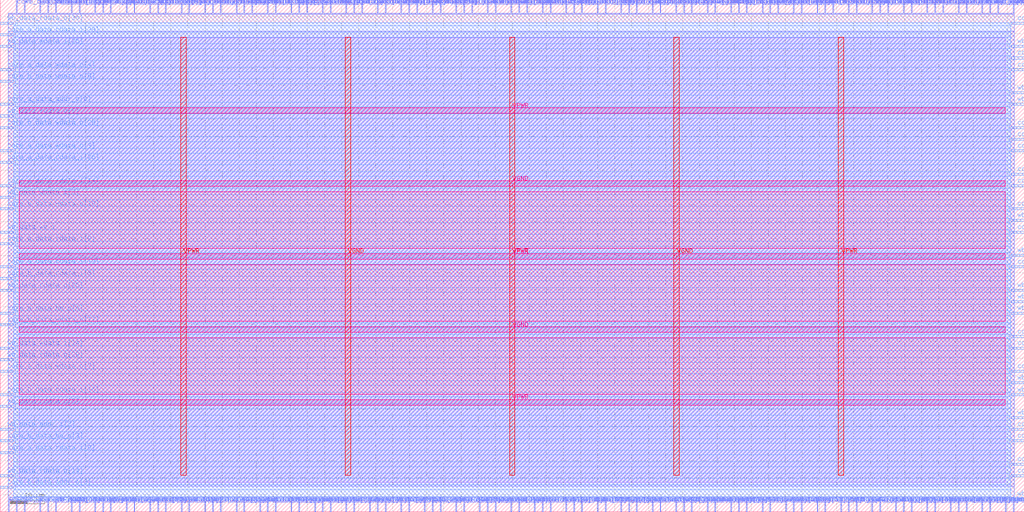
<source format=lef>
VERSION 5.7 ;
  NOWIREEXTENSIONATPIN ON ;
  DIVIDERCHAR "/" ;
  BUSBITCHARS "[]" ;
MACRO wb_mem_split
  CLASS BLOCK ;
  FOREIGN wb_mem_split ;
  ORIGIN 0.000 0.000 ;
  SIZE 300.000 BY 150.000 ;
  PIN core_a_data_addr_o[0]
    DIRECTION OUTPUT TRISTATE ;
    USE SIGNAL ;
    PORT
      LAYER met3 ;
        RECT 0.000 119.040 4.000 119.640 ;
    END
  END core_a_data_addr_o[0]
  PIN core_a_data_addr_o[1]
    DIRECTION OUTPUT TRISTATE ;
    USE SIGNAL ;
    PORT
      LAYER met2 ;
        RECT 271.490 146.000 271.770 150.000 ;
    END
  END core_a_data_addr_o[1]
  PIN core_a_data_addr_o[2]
    DIRECTION OUTPUT TRISTATE ;
    USE SIGNAL ;
    PORT
      LAYER met2 ;
        RECT 218.590 146.000 218.870 150.000 ;
    END
  END core_a_data_addr_o[2]
  PIN core_a_data_addr_o[3]
    DIRECTION OUTPUT TRISTATE ;
    USE SIGNAL ;
    PORT
      LAYER met2 ;
        RECT 69.090 0.000 69.370 4.000 ;
    END
  END core_a_data_addr_o[3]
  PIN core_a_data_addr_o[4]
    DIRECTION OUTPUT TRISTATE ;
    USE SIGNAL ;
    PORT
      LAYER met2 ;
        RECT 280.690 0.000 280.970 4.000 ;
    END
  END core_a_data_addr_o[4]
  PIN core_a_data_addr_o[5]
    DIRECTION OUTPUT TRISTATE ;
    USE SIGNAL ;
    PORT
      LAYER met2 ;
        RECT 149.590 146.000 149.870 150.000 ;
    END
  END core_a_data_addr_o[5]
  PIN core_a_data_addr_o[6]
    DIRECTION OUTPUT TRISTATE ;
    USE SIGNAL ;
    PORT
      LAYER met2 ;
        RECT 52.990 146.000 53.270 150.000 ;
    END
  END core_a_data_addr_o[6]
  PIN core_a_data_addr_o[7]
    DIRECTION OUTPUT TRISTATE ;
    USE SIGNAL ;
    PORT
      LAYER met2 ;
        RECT 29.990 0.000 30.270 4.000 ;
    END
  END core_a_data_addr_o[7]
  PIN core_a_data_addr_o[8]
    DIRECTION OUTPUT TRISTATE ;
    USE SIGNAL ;
    PORT
      LAYER met2 ;
        RECT 276.090 146.000 276.370 150.000 ;
    END
  END core_a_data_addr_o[8]
  PIN core_a_data_addr_o[9]
    DIRECTION OUTPUT TRISTATE ;
    USE SIGNAL ;
    PORT
      LAYER met3 ;
        RECT 296.000 47.640 300.000 48.240 ;
    END
  END core_a_data_addr_o[9]
  PIN core_a_data_be_o[0]
    DIRECTION OUTPUT TRISTATE ;
    USE SIGNAL ;
    PORT
      LAYER met3 ;
        RECT 0.000 57.840 4.000 58.440 ;
    END
  END core_a_data_be_o[0]
  PIN core_a_data_be_o[1]
    DIRECTION OUTPUT TRISTATE ;
    USE SIGNAL ;
    PORT
      LAYER met2 ;
        RECT 119.690 146.000 119.970 150.000 ;
    END
  END core_a_data_be_o[1]
  PIN core_a_data_be_o[2]
    DIRECTION OUTPUT TRISTATE ;
    USE SIGNAL ;
    PORT
      LAYER met2 ;
        RECT 69.090 146.000 69.370 150.000 ;
    END
  END core_a_data_be_o[2]
  PIN core_a_data_be_o[3]
    DIRECTION OUTPUT TRISTATE ;
    USE SIGNAL ;
    PORT
      LAYER met3 ;
        RECT 296.000 95.240 300.000 95.840 ;
    END
  END core_a_data_be_o[3]
  PIN core_a_data_rdata_i[0]
    DIRECTION INPUT ;
    USE SIGNAL ;
    PORT
      LAYER met3 ;
        RECT 0.000 17.040 4.000 17.640 ;
    END
  END core_a_data_rdata_i[0]
  PIN core_a_data_rdata_i[10]
    DIRECTION INPUT ;
    USE SIGNAL ;
    PORT
      LAYER met2 ;
        RECT 110.490 0.000 110.770 4.000 ;
    END
  END core_a_data_rdata_i[10]
  PIN core_a_data_rdata_i[11]
    DIRECTION INPUT ;
    USE SIGNAL ;
    PORT
      LAYER met3 ;
        RECT 296.000 112.240 300.000 112.840 ;
    END
  END core_a_data_rdata_i[11]
  PIN core_a_data_rdata_i[12]
    DIRECTION INPUT ;
    USE SIGNAL ;
    PORT
      LAYER met3 ;
        RECT 0.000 71.440 4.000 72.040 ;
    END
  END core_a_data_rdata_i[12]
  PIN core_a_data_rdata_i[13]
    DIRECTION INPUT ;
    USE SIGNAL ;
    PORT
      LAYER met2 ;
        RECT 36.890 0.000 37.170 4.000 ;
    END
  END core_a_data_rdata_i[13]
  PIN core_a_data_rdata_i[14]
    DIRECTION INPUT ;
    USE SIGNAL ;
    PORT
      LAYER met3 ;
        RECT 0.000 95.240 4.000 95.840 ;
    END
  END core_a_data_rdata_i[14]
  PIN core_a_data_rdata_i[15]
    DIRECTION INPUT ;
    USE SIGNAL ;
    PORT
      LAYER met2 ;
        RECT 259.990 146.000 260.270 150.000 ;
    END
  END core_a_data_rdata_i[15]
  PIN core_a_data_rdata_i[16]
    DIRECTION INPUT ;
    USE SIGNAL ;
    PORT
      LAYER met2 ;
        RECT 289.890 146.000 290.170 150.000 ;
    END
  END core_a_data_rdata_i[16]
  PIN core_a_data_rdata_i[17]
    DIRECTION INPUT ;
    USE SIGNAL ;
    PORT
      LAYER met3 ;
        RECT 296.000 13.640 300.000 14.240 ;
    END
  END core_a_data_rdata_i[17]
  PIN core_a_data_rdata_i[18]
    DIRECTION INPUT ;
    USE SIGNAL ;
    PORT
      LAYER met3 ;
        RECT 296.000 132.640 300.000 133.240 ;
    END
  END core_a_data_rdata_i[18]
  PIN core_a_data_rdata_i[19]
    DIRECTION INPUT ;
    USE SIGNAL ;
    PORT
      LAYER met2 ;
        RECT 92.090 0.000 92.370 4.000 ;
    END
  END core_a_data_rdata_i[19]
  PIN core_a_data_rdata_i[1]
    DIRECTION INPUT ;
    USE SIGNAL ;
    PORT
      LAYER met2 ;
        RECT 174.890 0.000 175.170 4.000 ;
    END
  END core_a_data_rdata_i[1]
  PIN core_a_data_rdata_i[20]
    DIRECTION INPUT ;
    USE SIGNAL ;
    PORT
      LAYER met2 ;
        RECT 289.890 0.000 290.170 4.000 ;
    END
  END core_a_data_rdata_i[20]
  PIN core_a_data_rdata_i[21]
    DIRECTION INPUT ;
    USE SIGNAL ;
    PORT
      LAYER met2 ;
        RECT 27.690 0.000 27.970 4.000 ;
    END
  END core_a_data_rdata_i[21]
  PIN core_a_data_rdata_i[22]
    DIRECTION INPUT ;
    USE SIGNAL ;
    PORT
      LAYER met2 ;
        RECT 149.590 0.000 149.870 4.000 ;
    END
  END core_a_data_rdata_i[22]
  PIN core_a_data_rdata_i[23]
    DIRECTION INPUT ;
    USE SIGNAL ;
    PORT
      LAYER met2 ;
        RECT 142.690 146.000 142.970 150.000 ;
    END
  END core_a_data_rdata_i[23]
  PIN core_a_data_rdata_i[24]
    DIRECTION INPUT ;
    USE SIGNAL ;
    PORT
      LAYER met2 ;
        RECT 96.690 0.000 96.970 4.000 ;
    END
  END core_a_data_rdata_i[24]
  PIN core_a_data_rdata_i[25]
    DIRECTION INPUT ;
    USE SIGNAL ;
    PORT
      LAYER met2 ;
        RECT 234.690 0.000 234.970 4.000 ;
    END
  END core_a_data_rdata_i[25]
  PIN core_a_data_rdata_i[26]
    DIRECTION INPUT ;
    USE SIGNAL ;
    PORT
      LAYER met3 ;
        RECT 0.000 102.040 4.000 102.640 ;
    END
  END core_a_data_rdata_i[26]
  PIN core_a_data_rdata_i[27]
    DIRECTION INPUT ;
    USE SIGNAL ;
    PORT
      LAYER met2 ;
        RECT 158.790 146.000 159.070 150.000 ;
    END
  END core_a_data_rdata_i[27]
  PIN core_a_data_rdata_i[28]
    DIRECTION INPUT ;
    USE SIGNAL ;
    PORT
      LAYER met3 ;
        RECT 0.000 139.440 4.000 140.040 ;
    END
  END core_a_data_rdata_i[28]
  PIN core_a_data_rdata_i[29]
    DIRECTION INPUT ;
    USE SIGNAL ;
    PORT
      LAYER met2 ;
        RECT 207.090 146.000 207.370 150.000 ;
    END
  END core_a_data_rdata_i[29]
  PIN core_a_data_rdata_i[2]
    DIRECTION INPUT ;
    USE SIGNAL ;
    PORT
      LAYER met2 ;
        RECT 59.890 146.000 60.170 150.000 ;
    END
  END core_a_data_rdata_i[2]
  PIN core_a_data_rdata_i[30]
    DIRECTION INPUT ;
    USE SIGNAL ;
    PORT
      LAYER met2 ;
        RECT 193.290 146.000 193.570 150.000 ;
    END
  END core_a_data_rdata_i[30]
  PIN core_a_data_rdata_i[31]
    DIRECTION INPUT ;
    USE SIGNAL ;
    PORT
      LAYER met2 ;
        RECT 133.490 146.000 133.770 150.000 ;
    END
  END core_a_data_rdata_i[31]
  PIN core_a_data_rdata_i[3]
    DIRECTION INPUT ;
    USE SIGNAL ;
    PORT
      LAYER met2 ;
        RECT 78.290 146.000 78.570 150.000 ;
    END
  END core_a_data_rdata_i[3]
  PIN core_a_data_rdata_i[4]
    DIRECTION INPUT ;
    USE SIGNAL ;
    PORT
      LAYER met2 ;
        RECT 218.590 0.000 218.870 4.000 ;
    END
  END core_a_data_rdata_i[4]
  PIN core_a_data_rdata_i[5]
    DIRECTION INPUT ;
    USE SIGNAL ;
    PORT
      LAYER met3 ;
        RECT 296.000 71.440 300.000 72.040 ;
    END
  END core_a_data_rdata_i[5]
  PIN core_a_data_rdata_i[6]
    DIRECTION INPUT ;
    USE SIGNAL ;
    PORT
      LAYER met2 ;
        RECT 167.990 0.000 168.270 4.000 ;
    END
  END core_a_data_rdata_i[6]
  PIN core_a_data_rdata_i[7]
    DIRECTION INPUT ;
    USE SIGNAL ;
    PORT
      LAYER met2 ;
        RECT 75.990 0.000 76.270 4.000 ;
    END
  END core_a_data_rdata_i[7]
  PIN core_a_data_rdata_i[8]
    DIRECTION INPUT ;
    USE SIGNAL ;
    PORT
      LAYER met2 ;
        RECT 225.490 146.000 225.770 150.000 ;
    END
  END core_a_data_rdata_i[8]
  PIN core_a_data_rdata_i[9]
    DIRECTION INPUT ;
    USE SIGNAL ;
    PORT
      LAYER met3 ;
        RECT 0.000 78.240 4.000 78.840 ;
    END
  END core_a_data_rdata_i[9]
  PIN core_a_data_req_o
    DIRECTION OUTPUT TRISTATE ;
    USE SIGNAL ;
    PORT
      LAYER met2 ;
        RECT 121.990 146.000 122.270 150.000 ;
    END
  END core_a_data_req_o
  PIN core_a_data_rvalid_i
    DIRECTION INPUT ;
    USE SIGNAL ;
    PORT
      LAYER met2 ;
        RECT 59.890 0.000 60.170 4.000 ;
    END
  END core_a_data_rvalid_i
  PIN core_a_data_wdata_o[0]
    DIRECTION OUTPUT TRISTATE ;
    USE SIGNAL ;
    PORT
      LAYER met2 ;
        RECT 165.690 0.000 165.970 4.000 ;
    END
  END core_a_data_wdata_o[0]
  PIN core_a_data_wdata_o[10]
    DIRECTION OUTPUT TRISTATE ;
    USE SIGNAL ;
    PORT
      LAYER met2 ;
        RECT 13.890 0.000 14.170 4.000 ;
    END
  END core_a_data_wdata_o[10]
  PIN core_a_data_wdata_o[11]
    DIRECTION OUTPUT TRISTATE ;
    USE SIGNAL ;
    PORT
      LAYER met2 ;
        RECT 271.490 0.000 271.770 4.000 ;
    END
  END core_a_data_wdata_o[11]
  PIN core_a_data_wdata_o[12]
    DIRECTION OUTPUT TRISTATE ;
    USE SIGNAL ;
    PORT
      LAYER met2 ;
        RECT 177.190 146.000 177.470 150.000 ;
    END
  END core_a_data_wdata_o[12]
  PIN core_a_data_wdata_o[13]
    DIRECTION OUTPUT TRISTATE ;
    USE SIGNAL ;
    PORT
      LAYER met2 ;
        RECT 48.390 146.000 48.670 150.000 ;
    END
  END core_a_data_wdata_o[13]
  PIN core_a_data_wdata_o[14]
    DIRECTION OUTPUT TRISTATE ;
    USE SIGNAL ;
    PORT
      LAYER met2 ;
        RECT 62.190 146.000 62.470 150.000 ;
    END
  END core_a_data_wdata_o[14]
  PIN core_a_data_wdata_o[15]
    DIRECTION OUTPUT TRISTATE ;
    USE SIGNAL ;
    PORT
      LAYER met2 ;
        RECT 216.290 146.000 216.570 150.000 ;
    END
  END core_a_data_wdata_o[15]
  PIN core_a_data_wdata_o[16]
    DIRECTION OUTPUT TRISTATE ;
    USE SIGNAL ;
    PORT
      LAYER met2 ;
        RECT 232.390 146.000 232.670 150.000 ;
    END
  END core_a_data_wdata_o[16]
  PIN core_a_data_wdata_o[17]
    DIRECTION OUTPUT TRISTATE ;
    USE SIGNAL ;
    PORT
      LAYER met3 ;
        RECT 296.000 81.640 300.000 82.240 ;
    END
  END core_a_data_wdata_o[17]
  PIN core_a_data_wdata_o[18]
    DIRECTION OUTPUT TRISTATE ;
    USE SIGNAL ;
    PORT
      LAYER met2 ;
        RECT 96.690 146.000 96.970 150.000 ;
    END
  END core_a_data_wdata_o[18]
  PIN core_a_data_wdata_o[19]
    DIRECTION OUTPUT TRISTATE ;
    USE SIGNAL ;
    PORT
      LAYER met2 ;
        RECT 156.490 0.000 156.770 4.000 ;
    END
  END core_a_data_wdata_o[19]
  PIN core_a_data_wdata_o[1]
    DIRECTION OUTPUT TRISTATE ;
    USE SIGNAL ;
    PORT
      LAYER met2 ;
        RECT 273.790 146.000 274.070 150.000 ;
    END
  END core_a_data_wdata_o[1]
  PIN core_a_data_wdata_o[20]
    DIRECTION OUTPUT TRISTATE ;
    USE SIGNAL ;
    PORT
      LAYER met2 ;
        RECT 186.390 0.000 186.670 4.000 ;
    END
  END core_a_data_wdata_o[20]
  PIN core_a_data_wdata_o[21]
    DIRECTION OUTPUT TRISTATE ;
    USE SIGNAL ;
    PORT
      LAYER met2 ;
        RECT 287.590 146.000 287.870 150.000 ;
    END
  END core_a_data_wdata_o[21]
  PIN core_a_data_wdata_o[22]
    DIRECTION OUTPUT TRISTATE ;
    USE SIGNAL ;
    PORT
      LAYER met2 ;
        RECT 16.190 146.000 16.470 150.000 ;
    END
  END core_a_data_wdata_o[22]
  PIN core_a_data_wdata_o[23]
    DIRECTION OUTPUT TRISTATE ;
    USE SIGNAL ;
    PORT
      LAYER met2 ;
        RECT 119.690 0.000 119.970 4.000 ;
    END
  END core_a_data_wdata_o[23]
  PIN core_a_data_wdata_o[24]
    DIRECTION OUTPUT TRISTATE ;
    USE SIGNAL ;
    PORT
      LAYER met3 ;
        RECT 296.000 51.040 300.000 51.640 ;
    END
  END core_a_data_wdata_o[24]
  PIN core_a_data_wdata_o[25]
    DIRECTION OUTPUT TRISTATE ;
    USE SIGNAL ;
    PORT
      LAYER met2 ;
        RECT 108.190 0.000 108.470 4.000 ;
    END
  END core_a_data_wdata_o[25]
  PIN core_a_data_wdata_o[26]
    DIRECTION OUTPUT TRISTATE ;
    USE SIGNAL ;
    PORT
      LAYER met2 ;
        RECT 117.390 0.000 117.670 4.000 ;
    END
  END core_a_data_wdata_o[26]
  PIN core_a_data_wdata_o[27]
    DIRECTION OUTPUT TRISTATE ;
    USE SIGNAL ;
    PORT
      LAYER met3 ;
        RECT 296.000 98.640 300.000 99.240 ;
    END
  END core_a_data_wdata_o[27]
  PIN core_a_data_wdata_o[28]
    DIRECTION OUTPUT TRISTATE ;
    USE SIGNAL ;
    PORT
      LAYER met2 ;
        RECT 128.890 146.000 129.170 150.000 ;
    END
  END core_a_data_wdata_o[28]
  PIN core_a_data_wdata_o[29]
    DIRECTION OUTPUT TRISTATE ;
    USE SIGNAL ;
    PORT
      LAYER met2 ;
        RECT 186.390 146.000 186.670 150.000 ;
    END
  END core_a_data_wdata_o[29]
  PIN core_a_data_wdata_o[2]
    DIRECTION OUTPUT TRISTATE ;
    USE SIGNAL ;
    PORT
      LAYER met2 ;
        RECT 20.790 0.000 21.070 4.000 ;
    END
  END core_a_data_wdata_o[2]
  PIN core_a_data_wdata_o[30]
    DIRECTION OUTPUT TRISTATE ;
    USE SIGNAL ;
    PORT
      LAYER met2 ;
        RECT 177.190 0.000 177.470 4.000 ;
    END
  END core_a_data_wdata_o[30]
  PIN core_a_data_wdata_o[31]
    DIRECTION OUTPUT TRISTATE ;
    USE SIGNAL ;
    PORT
      LAYER met2 ;
        RECT 227.790 146.000 228.070 150.000 ;
    END
  END core_a_data_wdata_o[31]
  PIN core_a_data_wdata_o[3]
    DIRECTION OUTPUT TRISTATE ;
    USE SIGNAL ;
    PORT
      LAYER met3 ;
        RECT 0.000 105.440 4.000 106.040 ;
    END
  END core_a_data_wdata_o[3]
  PIN core_a_data_wdata_o[4]
    DIRECTION OUTPUT TRISTATE ;
    USE SIGNAL ;
    PORT
      LAYER met3 ;
        RECT 0.000 129.240 4.000 129.840 ;
    END
  END core_a_data_wdata_o[4]
  PIN core_a_data_wdata_o[5]
    DIRECTION OUTPUT TRISTATE ;
    USE SIGNAL ;
    PORT
      LAYER met2 ;
        RECT 128.890 0.000 129.170 4.000 ;
    END
  END core_a_data_wdata_o[5]
  PIN core_a_data_wdata_o[6]
    DIRECTION OUTPUT TRISTATE ;
    USE SIGNAL ;
    PORT
      LAYER met2 ;
        RECT 101.290 0.000 101.570 4.000 ;
    END
  END core_a_data_wdata_o[6]
  PIN core_a_data_wdata_o[7]
    DIRECTION OUTPUT TRISTATE ;
    USE SIGNAL ;
    PORT
      LAYER met3 ;
        RECT 0.000 40.840 4.000 41.440 ;
    END
  END core_a_data_wdata_o[7]
  PIN core_a_data_wdata_o[8]
    DIRECTION OUTPUT TRISTATE ;
    USE SIGNAL ;
    PORT
      LAYER met2 ;
        RECT 243.890 146.000 244.170 150.000 ;
    END
  END core_a_data_wdata_o[8]
  PIN core_a_data_wdata_o[9]
    DIRECTION OUTPUT TRISTATE ;
    USE SIGNAL ;
    PORT
      LAYER met2 ;
        RECT 89.790 146.000 90.070 150.000 ;
    END
  END core_a_data_wdata_o[9]
  PIN core_a_data_we_o
    DIRECTION OUTPUT TRISTATE ;
    USE SIGNAL ;
    PORT
      LAYER met3 ;
        RECT 296.000 40.840 300.000 41.440 ;
    END
  END core_a_data_we_o
  PIN core_b_data_addr_o[0]
    DIRECTION OUTPUT TRISTATE ;
    USE SIGNAL ;
    PORT
      LAYER met2 ;
        RECT 11.590 0.000 11.870 4.000 ;
    END
  END core_b_data_addr_o[0]
  PIN core_b_data_addr_o[1]
    DIRECTION OUTPUT TRISTATE ;
    USE SIGNAL ;
    PORT
      LAYER met2 ;
        RECT 161.090 146.000 161.370 150.000 ;
    END
  END core_b_data_addr_o[1]
  PIN core_b_data_addr_o[2]
    DIRECTION OUTPUT TRISTATE ;
    USE SIGNAL ;
    PORT
      LAYER met2 ;
        RECT 13.890 146.000 14.170 150.000 ;
    END
  END core_b_data_addr_o[2]
  PIN core_b_data_addr_o[3]
    DIRECTION OUTPUT TRISTATE ;
    USE SIGNAL ;
    PORT
      LAYER met3 ;
        RECT 0.000 6.840 4.000 7.440 ;
    END
  END core_b_data_addr_o[3]
  PIN core_b_data_addr_o[4]
    DIRECTION OUTPUT TRISTATE ;
    USE SIGNAL ;
    PORT
      LAYER met2 ;
        RECT 280.690 146.000 280.970 150.000 ;
    END
  END core_b_data_addr_o[4]
  PIN core_b_data_addr_o[5]
    DIRECTION OUTPUT TRISTATE ;
    USE SIGNAL ;
    PORT
      LAYER met2 ;
        RECT 184.090 146.000 184.370 150.000 ;
    END
  END core_b_data_addr_o[5]
  PIN core_b_data_addr_o[6]
    DIRECTION OUTPUT TRISTATE ;
    USE SIGNAL ;
    PORT
      LAYER met2 ;
        RECT 39.190 0.000 39.470 4.000 ;
    END
  END core_b_data_addr_o[6]
  PIN core_b_data_addr_o[7]
    DIRECTION OUTPUT TRISTATE ;
    USE SIGNAL ;
    PORT
      LAYER met2 ;
        RECT 78.290 0.000 78.570 4.000 ;
    END
  END core_b_data_addr_o[7]
  PIN core_b_data_addr_o[8]
    DIRECTION OUTPUT TRISTATE ;
    USE SIGNAL ;
    PORT
      LAYER met2 ;
        RECT 294.490 0.000 294.770 4.000 ;
    END
  END core_b_data_addr_o[8]
  PIN core_b_data_addr_o[9]
    DIRECTION OUTPUT TRISTATE ;
    USE SIGNAL ;
    PORT
      LAYER met2 ;
        RECT 287.590 0.000 287.870 4.000 ;
    END
  END core_b_data_addr_o[9]
  PIN core_b_data_be_o[0]
    DIRECTION OUTPUT TRISTATE ;
    USE SIGNAL ;
    PORT
      LAYER met2 ;
        RECT 126.590 0.000 126.870 4.000 ;
    END
  END core_b_data_be_o[0]
  PIN core_b_data_be_o[1]
    DIRECTION OUTPUT TRISTATE ;
    USE SIGNAL ;
    PORT
      LAYER met2 ;
        RECT 94.390 0.000 94.670 4.000 ;
    END
  END core_b_data_be_o[1]
  PIN core_b_data_be_o[2]
    DIRECTION OUTPUT TRISTATE ;
    USE SIGNAL ;
    PORT
      LAYER met2 ;
        RECT 27.690 146.000 27.970 150.000 ;
    END
  END core_b_data_be_o[2]
  PIN core_b_data_be_o[3]
    DIRECTION OUTPUT TRISTATE ;
    USE SIGNAL ;
    PORT
      LAYER met3 ;
        RECT 0.000 20.440 4.000 21.040 ;
    END
  END core_b_data_be_o[3]
  PIN core_b_data_rdata_i[0]
    DIRECTION INPUT ;
    USE SIGNAL ;
    PORT
      LAYER met2 ;
        RECT 248.490 0.000 248.770 4.000 ;
    END
  END core_b_data_rdata_i[0]
  PIN core_b_data_rdata_i[10]
    DIRECTION INPUT ;
    USE SIGNAL ;
    PORT
      LAYER met2 ;
        RECT 266.890 0.000 267.170 4.000 ;
    END
  END core_b_data_rdata_i[10]
  PIN core_b_data_rdata_i[11]
    DIRECTION INPUT ;
    USE SIGNAL ;
    PORT
      LAYER met2 ;
        RECT 144.990 0.000 145.270 4.000 ;
    END
  END core_b_data_rdata_i[11]
  PIN core_b_data_rdata_i[12]
    DIRECTION INPUT ;
    USE SIGNAL ;
    PORT
      LAYER met2 ;
        RECT 85.190 146.000 85.470 150.000 ;
    END
  END core_b_data_rdata_i[12]
  PIN core_b_data_rdata_i[13]
    DIRECTION INPUT ;
    USE SIGNAL ;
    PORT
      LAYER met2 ;
        RECT 266.890 146.000 267.170 150.000 ;
    END
  END core_b_data_rdata_i[13]
  PIN core_b_data_rdata_i[14]
    DIRECTION INPUT ;
    USE SIGNAL ;
    PORT
      LAYER met2 ;
        RECT 167.990 146.000 168.270 150.000 ;
    END
  END core_b_data_rdata_i[14]
  PIN core_b_data_rdata_i[15]
    DIRECTION INPUT ;
    USE SIGNAL ;
    PORT
      LAYER met2 ;
        RECT 216.290 0.000 216.570 4.000 ;
    END
  END core_b_data_rdata_i[15]
  PIN core_b_data_rdata_i[16]
    DIRECTION INPUT ;
    USE SIGNAL ;
    PORT
      LAYER met3 ;
        RECT 0.000 34.040 4.000 34.640 ;
    END
  END core_b_data_rdata_i[16]
  PIN core_b_data_rdata_i[17]
    DIRECTION INPUT ;
    USE SIGNAL ;
    PORT
      LAYER met3 ;
        RECT 296.000 129.240 300.000 129.840 ;
    END
  END core_b_data_rdata_i[17]
  PIN core_b_data_rdata_i[18]
    DIRECTION INPUT ;
    USE SIGNAL ;
    PORT
      LAYER met2 ;
        RECT 193.290 0.000 193.570 4.000 ;
    END
  END core_b_data_rdata_i[18]
  PIN core_b_data_rdata_i[19]
    DIRECTION INPUT ;
    USE SIGNAL ;
    PORT
      LAYER met2 ;
        RECT 200.190 146.000 200.470 150.000 ;
    END
  END core_b_data_rdata_i[19]
  PIN core_b_data_rdata_i[1]
    DIRECTION INPUT ;
    USE SIGNAL ;
    PORT
      LAYER met2 ;
        RECT 4.690 146.000 4.970 150.000 ;
    END
  END core_b_data_rdata_i[1]
  PIN core_b_data_rdata_i[20]
    DIRECTION INPUT ;
    USE SIGNAL ;
    PORT
      LAYER met3 ;
        RECT 296.000 10.240 300.000 10.840 ;
    END
  END core_b_data_rdata_i[20]
  PIN core_b_data_rdata_i[21]
    DIRECTION INPUT ;
    USE SIGNAL ;
    PORT
      LAYER met3 ;
        RECT 296.000 20.440 300.000 21.040 ;
    END
  END core_b_data_rdata_i[21]
  PIN core_b_data_rdata_i[22]
    DIRECTION INPUT ;
    USE SIGNAL ;
    PORT
      LAYER met2 ;
        RECT 181.790 146.000 182.070 150.000 ;
    END
  END core_b_data_rdata_i[22]
  PIN core_b_data_rdata_i[23]
    DIRECTION INPUT ;
    USE SIGNAL ;
    PORT
      LAYER met3 ;
        RECT 296.000 88.440 300.000 89.040 ;
    END
  END core_b_data_rdata_i[23]
  PIN core_b_data_rdata_i[24]
    DIRECTION INPUT ;
    USE SIGNAL ;
    PORT
      LAYER met2 ;
        RECT 64.490 146.000 64.770 150.000 ;
    END
  END core_b_data_rdata_i[24]
  PIN core_b_data_rdata_i[25]
    DIRECTION INPUT ;
    USE SIGNAL ;
    PORT
      LAYER met2 ;
        RECT 85.190 0.000 85.470 4.000 ;
    END
  END core_b_data_rdata_i[25]
  PIN core_b_data_rdata_i[26]
    DIRECTION INPUT ;
    USE SIGNAL ;
    PORT
      LAYER met2 ;
        RECT 234.690 146.000 234.970 150.000 ;
    END
  END core_b_data_rdata_i[26]
  PIN core_b_data_rdata_i[27]
    DIRECTION INPUT ;
    USE SIGNAL ;
    PORT
      LAYER met2 ;
        RECT 23.090 146.000 23.370 150.000 ;
    END
  END core_b_data_rdata_i[27]
  PIN core_b_data_rdata_i[28]
    DIRECTION INPUT ;
    USE SIGNAL ;
    PORT
      LAYER met2 ;
        RECT 296.790 0.000 297.070 4.000 ;
    END
  END core_b_data_rdata_i[28]
  PIN core_b_data_rdata_i[29]
    DIRECTION INPUT ;
    USE SIGNAL ;
    PORT
      LAYER met2 ;
        RECT 48.390 0.000 48.670 4.000 ;
    END
  END core_b_data_rdata_i[29]
  PIN core_b_data_rdata_i[2]
    DIRECTION INPUT ;
    USE SIGNAL ;
    PORT
      LAYER met2 ;
        RECT 213.990 0.000 214.270 4.000 ;
    END
  END core_b_data_rdata_i[2]
  PIN core_b_data_rdata_i[30]
    DIRECTION INPUT ;
    USE SIGNAL ;
    PORT
      LAYER met2 ;
        RECT 246.190 0.000 246.470 4.000 ;
    END
  END core_b_data_rdata_i[30]
  PIN core_b_data_rdata_i[31]
    DIRECTION INPUT ;
    USE SIGNAL ;
    PORT
      LAYER met2 ;
        RECT 55.290 146.000 55.570 150.000 ;
    END
  END core_b_data_rdata_i[31]
  PIN core_b_data_rdata_i[3]
    DIRECTION INPUT ;
    USE SIGNAL ;
    PORT
      LAYER met3 ;
        RECT 0.000 68.040 4.000 68.640 ;
    END
  END core_b_data_rdata_i[3]
  PIN core_b_data_rdata_i[4]
    DIRECTION INPUT ;
    USE SIGNAL ;
    PORT
      LAYER met2 ;
        RECT 241.590 146.000 241.870 150.000 ;
    END
  END core_b_data_rdata_i[4]
  PIN core_b_data_rdata_i[5]
    DIRECTION INPUT ;
    USE SIGNAL ;
    PORT
      LAYER met2 ;
        RECT 264.590 0.000 264.870 4.000 ;
    END
  END core_b_data_rdata_i[5]
  PIN core_b_data_rdata_i[6]
    DIRECTION INPUT ;
    USE SIGNAL ;
    PORT
      LAYER met2 ;
        RECT 262.290 0.000 262.570 4.000 ;
    END
  END core_b_data_rdata_i[6]
  PIN core_b_data_rdata_i[7]
    DIRECTION INPUT ;
    USE SIGNAL ;
    PORT
      LAYER met3 ;
        RECT 296.000 23.840 300.000 24.440 ;
    END
  END core_b_data_rdata_i[7]
  PIN core_b_data_rdata_i[8]
    DIRECTION INPUT ;
    USE SIGNAL ;
    PORT
      LAYER met2 ;
        RECT 170.290 146.000 170.570 150.000 ;
    END
  END core_b_data_rdata_i[8]
  PIN core_b_data_rdata_i[9]
    DIRECTION INPUT ;
    USE SIGNAL ;
    PORT
      LAYER met3 ;
        RECT 296.000 105.440 300.000 106.040 ;
    END
  END core_b_data_rdata_i[9]
  PIN core_b_data_req_o
    DIRECTION OUTPUT TRISTATE ;
    USE SIGNAL ;
    PORT
      LAYER met2 ;
        RECT 264.590 146.000 264.870 150.000 ;
    END
  END core_b_data_req_o
  PIN core_b_data_rvalid_i
    DIRECTION INPUT ;
    USE SIGNAL ;
    PORT
      LAYER met2 ;
        RECT 257.690 146.000 257.970 150.000 ;
    END
  END core_b_data_rvalid_i
  PIN core_b_data_wdata_o[0]
    DIRECTION OUTPUT TRISTATE ;
    USE SIGNAL ;
    PORT
      LAYER met2 ;
        RECT 62.190 0.000 62.470 4.000 ;
    END
  END core_b_data_wdata_o[0]
  PIN core_b_data_wdata_o[10]
    DIRECTION OUTPUT TRISTATE ;
    USE SIGNAL ;
    PORT
      LAYER met3 ;
        RECT 0.000 88.440 4.000 89.040 ;
    END
  END core_b_data_wdata_o[10]
  PIN core_b_data_wdata_o[11]
    DIRECTION OUTPUT TRISTATE ;
    USE SIGNAL ;
    PORT
      LAYER met2 ;
        RECT 241.590 0.000 241.870 4.000 ;
    END
  END core_b_data_wdata_o[11]
  PIN core_b_data_wdata_o[12]
    DIRECTION OUTPUT TRISTATE ;
    USE SIGNAL ;
    PORT
      LAYER met2 ;
        RECT 282.990 0.000 283.270 4.000 ;
    END
  END core_b_data_wdata_o[12]
  PIN core_b_data_wdata_o[13]
    DIRECTION OUTPUT TRISTATE ;
    USE SIGNAL ;
    PORT
      LAYER met2 ;
        RECT 250.790 146.000 251.070 150.000 ;
    END
  END core_b_data_wdata_o[13]
  PIN core_b_data_wdata_o[14]
    DIRECTION OUTPUT TRISTATE ;
    USE SIGNAL ;
    PORT
      LAYER met2 ;
        RECT 209.390 0.000 209.670 4.000 ;
    END
  END core_b_data_wdata_o[14]
  PIN core_b_data_wdata_o[15]
    DIRECTION OUTPUT TRISTATE ;
    USE SIGNAL ;
    PORT
      LAYER met2 ;
        RECT 197.890 0.000 198.170 4.000 ;
    END
  END core_b_data_wdata_o[15]
  PIN core_b_data_wdata_o[16]
    DIRECTION OUTPUT TRISTATE ;
    USE SIGNAL ;
    PORT
      LAYER met2 ;
        RECT 64.490 0.000 64.770 4.000 ;
    END
  END core_b_data_wdata_o[16]
  PIN core_b_data_wdata_o[17]
    DIRECTION OUTPUT TRISTATE ;
    USE SIGNAL ;
    PORT
      LAYER met3 ;
        RECT 0.000 54.440 4.000 55.040 ;
    END
  END core_b_data_wdata_o[17]
  PIN core_b_data_wdata_o[18]
    DIRECTION OUTPUT TRISTATE ;
    USE SIGNAL ;
    PORT
      LAYER met2 ;
        RECT 103.590 146.000 103.870 150.000 ;
    END
  END core_b_data_wdata_o[18]
  PIN core_b_data_wdata_o[19]
    DIRECTION OUTPUT TRISTATE ;
    USE SIGNAL ;
    PORT
      LAYER met2 ;
        RECT 154.190 146.000 154.470 150.000 ;
    END
  END core_b_data_wdata_o[19]
  PIN core_b_data_wdata_o[1]
    DIRECTION OUTPUT TRISTATE ;
    USE SIGNAL ;
    PORT
      LAYER met2 ;
        RECT 29.990 146.000 30.270 150.000 ;
    END
  END core_b_data_wdata_o[1]
  PIN core_b_data_wdata_o[20]
    DIRECTION OUTPUT TRISTATE ;
    USE SIGNAL ;
    PORT
      LAYER met2 ;
        RECT 138.090 146.000 138.370 150.000 ;
    END
  END core_b_data_wdata_o[20]
  PIN core_b_data_wdata_o[21]
    DIRECTION OUTPUT TRISTATE ;
    USE SIGNAL ;
    PORT
      LAYER met2 ;
        RECT 158.790 0.000 159.070 4.000 ;
    END
  END core_b_data_wdata_o[21]
  PIN core_b_data_wdata_o[22]
    DIRECTION OUTPUT TRISTATE ;
    USE SIGNAL ;
    PORT
      LAYER met2 ;
        RECT 133.490 0.000 133.770 4.000 ;
    END
  END core_b_data_wdata_o[22]
  PIN core_b_data_wdata_o[23]
    DIRECTION OUTPUT TRISTATE ;
    USE SIGNAL ;
    PORT
      LAYER met2 ;
        RECT 144.990 146.000 145.270 150.000 ;
    END
  END core_b_data_wdata_o[23]
  PIN core_b_data_wdata_o[24]
    DIRECTION OUTPUT TRISTATE ;
    USE SIGNAL ;
    PORT
      LAYER met2 ;
        RECT 112.790 146.000 113.070 150.000 ;
    END
  END core_b_data_wdata_o[24]
  PIN core_b_data_wdata_o[25]
    DIRECTION OUTPUT TRISTATE ;
    USE SIGNAL ;
    PORT
      LAYER met3 ;
        RECT 0.000 112.240 4.000 112.840 ;
    END
  END core_b_data_wdata_o[25]
  PIN core_b_data_wdata_o[26]
    DIRECTION OUTPUT TRISTATE ;
    USE SIGNAL ;
    PORT
      LAYER met2 ;
        RECT 181.790 0.000 182.070 4.000 ;
    END
  END core_b_data_wdata_o[26]
  PIN core_b_data_wdata_o[27]
    DIRECTION OUTPUT TRISTATE ;
    USE SIGNAL ;
    PORT
      LAYER met3 ;
        RECT 296.000 108.840 300.000 109.440 ;
    END
  END core_b_data_wdata_o[27]
  PIN core_b_data_wdata_o[28]
    DIRECTION OUTPUT TRISTATE ;
    USE SIGNAL ;
    PORT
      LAYER met3 ;
        RECT 296.000 142.840 300.000 143.440 ;
    END
  END core_b_data_wdata_o[28]
  PIN core_b_data_wdata_o[29]
    DIRECTION OUTPUT TRISTATE ;
    USE SIGNAL ;
    PORT
      LAYER met2 ;
        RECT 80.590 0.000 80.870 4.000 ;
    END
  END core_b_data_wdata_o[29]
  PIN core_b_data_wdata_o[2]
    DIRECTION OUTPUT TRISTATE ;
    USE SIGNAL ;
    PORT
      LAYER met2 ;
        RECT 248.490 146.000 248.770 150.000 ;
    END
  END core_b_data_wdata_o[2]
  PIN core_b_data_wdata_o[30]
    DIRECTION OUTPUT TRISTATE ;
    USE SIGNAL ;
    PORT
      LAYER met2 ;
        RECT 213.990 146.000 214.270 150.000 ;
    END
  END core_b_data_wdata_o[30]
  PIN core_b_data_wdata_o[31]
    DIRECTION OUTPUT TRISTATE ;
    USE SIGNAL ;
    PORT
      LAYER met2 ;
        RECT 142.690 0.000 142.970 4.000 ;
    END
  END core_b_data_wdata_o[31]
  PIN core_b_data_wdata_o[3]
    DIRECTION OUTPUT TRISTATE ;
    USE SIGNAL ;
    PORT
      LAYER met2 ;
        RECT 282.990 146.000 283.270 150.000 ;
    END
  END core_b_data_wdata_o[3]
  PIN core_b_data_wdata_o[4]
    DIRECTION OUTPUT TRISTATE ;
    USE SIGNAL ;
    PORT
      LAYER met2 ;
        RECT 80.590 146.000 80.870 150.000 ;
    END
  END core_b_data_wdata_o[4]
  PIN core_b_data_wdata_o[5]
    DIRECTION OUTPUT TRISTATE ;
    USE SIGNAL ;
    PORT
      LAYER met2 ;
        RECT 255.390 0.000 255.670 4.000 ;
    END
  END core_b_data_wdata_o[5]
  PIN core_b_data_wdata_o[6]
    DIRECTION OUTPUT TRISTATE ;
    USE SIGNAL ;
    PORT
      LAYER met2 ;
        RECT 223.190 146.000 223.470 150.000 ;
    END
  END core_b_data_wdata_o[6]
  PIN core_b_data_wdata_o[7]
    DIRECTION OUTPUT TRISTATE ;
    USE SIGNAL ;
    PORT
      LAYER met2 ;
        RECT 135.790 146.000 136.070 150.000 ;
    END
  END core_b_data_wdata_o[7]
  PIN core_b_data_wdata_o[8]
    DIRECTION OUTPUT TRISTATE ;
    USE SIGNAL ;
    PORT
      LAYER met2 ;
        RECT 32.290 146.000 32.570 150.000 ;
    END
  END core_b_data_wdata_o[8]
  PIN core_b_data_wdata_o[9]
    DIRECTION OUTPUT TRISTATE ;
    USE SIGNAL ;
    PORT
      LAYER met3 ;
        RECT 0.000 125.840 4.000 126.440 ;
    END
  END core_b_data_wdata_o[9]
  PIN core_b_data_we_o
    DIRECTION OUTPUT TRISTATE ;
    USE SIGNAL ;
    PORT
      LAYER met2 ;
        RECT 255.390 146.000 255.670 150.000 ;
    END
  END core_b_data_we_o
  PIN wb_data_addr_i[0]
    DIRECTION INPUT ;
    USE SIGNAL ;
    PORT
      LAYER met3 ;
        RECT 296.000 61.240 300.000 61.840 ;
    END
  END wb_data_addr_i[0]
  PIN wb_data_addr_i[10]
    DIRECTION INPUT ;
    USE SIGNAL ;
    PORT
      LAYER met2 ;
        RECT 4.690 0.000 4.970 4.000 ;
    END
  END wb_data_addr_i[10]
  PIN wb_data_addr_i[1]
    DIRECTION INPUT ;
    USE SIGNAL ;
    PORT
      LAYER met2 ;
        RECT 11.590 146.000 11.870 150.000 ;
    END
  END wb_data_addr_i[1]
  PIN wb_data_addr_i[2]
    DIRECTION INPUT ;
    USE SIGNAL ;
    PORT
      LAYER met3 ;
        RECT 0.000 23.840 4.000 24.440 ;
    END
  END wb_data_addr_i[2]
  PIN wb_data_addr_i[3]
    DIRECTION INPUT ;
    USE SIGNAL ;
    PORT
      LAYER met3 ;
        RECT 296.000 74.840 300.000 75.440 ;
    END
  END wb_data_addr_i[3]
  PIN wb_data_addr_i[4]
    DIRECTION INPUT ;
    USE SIGNAL ;
    PORT
      LAYER met2 ;
        RECT 140.390 0.000 140.670 4.000 ;
    END
  END wb_data_addr_i[4]
  PIN wb_data_addr_i[5]
    DIRECTION INPUT ;
    USE SIGNAL ;
    PORT
      LAYER met2 ;
        RECT 16.190 0.000 16.470 4.000 ;
    END
  END wb_data_addr_i[5]
  PIN wb_data_addr_i[6]
    DIRECTION INPUT ;
    USE SIGNAL ;
    PORT
      LAYER met2 ;
        RECT 36.890 146.000 37.170 150.000 ;
    END
  END wb_data_addr_i[6]
  PIN wb_data_addr_i[7]
    DIRECTION INPUT ;
    USE SIGNAL ;
    PORT
      LAYER met2 ;
        RECT 239.290 0.000 239.570 4.000 ;
    END
  END wb_data_addr_i[7]
  PIN wb_data_addr_i[8]
    DIRECTION INPUT ;
    USE SIGNAL ;
    PORT
      LAYER met2 ;
        RECT 39.190 146.000 39.470 150.000 ;
    END
  END wb_data_addr_i[8]
  PIN wb_data_addr_i[9]
    DIRECTION INPUT ;
    USE SIGNAL ;
    PORT
      LAYER met2 ;
        RECT 170.290 0.000 170.570 4.000 ;
    END
  END wb_data_addr_i[9]
  PIN wb_data_be_i[0]
    DIRECTION INPUT ;
    USE SIGNAL ;
    PORT
      LAYER met2 ;
        RECT 278.390 0.000 278.670 4.000 ;
    END
  END wb_data_be_i[0]
  PIN wb_data_be_i[1]
    DIRECTION INPUT ;
    USE SIGNAL ;
    PORT
      LAYER met2 ;
        RECT 43.790 146.000 44.070 150.000 ;
    END
  END wb_data_be_i[1]
  PIN wb_data_be_i[2]
    DIRECTION INPUT ;
    USE SIGNAL ;
    PORT
      LAYER met2 ;
        RECT 87.490 146.000 87.770 150.000 ;
    END
  END wb_data_be_i[2]
  PIN wb_data_be_i[3]
    DIRECTION INPUT ;
    USE SIGNAL ;
    PORT
      LAYER met2 ;
        RECT 112.790 0.000 113.070 4.000 ;
    END
  END wb_data_be_i[3]
  PIN wb_data_rdata_o[0]
    DIRECTION OUTPUT TRISTATE ;
    USE SIGNAL ;
    PORT
      LAYER met2 ;
        RECT 71.390 0.000 71.670 4.000 ;
    END
  END wb_data_rdata_o[0]
  PIN wb_data_rdata_o[10]
    DIRECTION OUTPUT TRISTATE ;
    USE SIGNAL ;
    PORT
      LAYER met2 ;
        RECT 73.690 146.000 73.970 150.000 ;
    END
  END wb_data_rdata_o[10]
  PIN wb_data_rdata_o[11]
    DIRECTION OUTPUT TRISTATE ;
    USE SIGNAL ;
    PORT
      LAYER met3 ;
        RECT 296.000 57.840 300.000 58.440 ;
    END
  END wb_data_rdata_o[11]
  PIN wb_data_rdata_o[12]
    DIRECTION OUTPUT TRISTATE ;
    USE SIGNAL ;
    PORT
      LAYER met2 ;
        RECT 292.190 146.000 292.470 150.000 ;
    END
  END wb_data_rdata_o[12]
  PIN wb_data_rdata_o[13]
    DIRECTION OUTPUT TRISTATE ;
    USE SIGNAL ;
    PORT
      LAYER met2 ;
        RECT 200.190 0.000 200.470 4.000 ;
    END
  END wb_data_rdata_o[13]
  PIN wb_data_rdata_o[14]
    DIRECTION OUTPUT TRISTATE ;
    USE SIGNAL ;
    PORT
      LAYER met3 ;
        RECT 0.000 10.240 4.000 10.840 ;
    END
  END wb_data_rdata_o[14]
  PIN wb_data_rdata_o[15]
    DIRECTION OUTPUT TRISTATE ;
    USE SIGNAL ;
    PORT
      LAYER met2 ;
        RECT 124.290 0.000 124.570 4.000 ;
    END
  END wb_data_rdata_o[15]
  PIN wb_data_rdata_o[16]
    DIRECTION OUTPUT TRISTATE ;
    USE SIGNAL ;
    PORT
      LAYER met2 ;
        RECT 6.990 0.000 7.270 4.000 ;
    END
  END wb_data_rdata_o[16]
  PIN wb_data_rdata_o[17]
    DIRECTION OUTPUT TRISTATE ;
    USE SIGNAL ;
    PORT
      LAYER met2 ;
        RECT 197.890 146.000 198.170 150.000 ;
    END
  END wb_data_rdata_o[17]
  PIN wb_data_rdata_o[18]
    DIRECTION OUTPUT TRISTATE ;
    USE SIGNAL ;
    PORT
      LAYER met2 ;
        RECT 101.290 146.000 101.570 150.000 ;
    END
  END wb_data_rdata_o[18]
  PIN wb_data_rdata_o[19]
    DIRECTION OUTPUT TRISTATE ;
    USE SIGNAL ;
    PORT
      LAYER met2 ;
        RECT 257.690 0.000 257.970 4.000 ;
    END
  END wb_data_rdata_o[19]
  PIN wb_data_rdata_o[1]
    DIRECTION OUTPUT TRISTATE ;
    USE SIGNAL ;
    PORT
      LAYER met3 ;
        RECT 296.000 27.240 300.000 27.840 ;
    END
  END wb_data_rdata_o[1]
  PIN wb_data_rdata_o[20]
    DIRECTION OUTPUT TRISTATE ;
    USE SIGNAL ;
    PORT
      LAYER met2 ;
        RECT 209.390 146.000 209.670 150.000 ;
    END
  END wb_data_rdata_o[20]
  PIN wb_data_rdata_o[21]
    DIRECTION OUTPUT TRISTATE ;
    USE SIGNAL ;
    PORT
      LAYER met2 ;
        RECT 232.390 0.000 232.670 4.000 ;
    END
  END wb_data_rdata_o[21]
  PIN wb_data_rdata_o[22]
    DIRECTION OUTPUT TRISTATE ;
    USE SIGNAL ;
    PORT
      LAYER met2 ;
        RECT 6.990 146.000 7.270 150.000 ;
    END
  END wb_data_rdata_o[22]
  PIN wb_data_rdata_o[23]
    DIRECTION OUTPUT TRISTATE ;
    USE SIGNAL ;
    PORT
      LAYER met2 ;
        RECT 273.790 0.000 274.070 4.000 ;
    END
  END wb_data_rdata_o[23]
  PIN wb_data_rdata_o[24]
    DIRECTION OUTPUT TRISTATE ;
    USE SIGNAL ;
    PORT
      LAYER met2 ;
        RECT 105.890 146.000 106.170 150.000 ;
    END
  END wb_data_rdata_o[24]
  PIN wb_data_rdata_o[25]
    DIRECTION OUTPUT TRISTATE ;
    USE SIGNAL ;
    PORT
      LAYER met3 ;
        RECT 0.000 64.640 4.000 65.240 ;
    END
  END wb_data_rdata_o[25]
  PIN wb_data_rdata_o[26]
    DIRECTION OUTPUT TRISTATE ;
    USE SIGNAL ;
    PORT
      LAYER met2 ;
        RECT 46.090 146.000 46.370 150.000 ;
    END
  END wb_data_rdata_o[26]
  PIN wb_data_rdata_o[27]
    DIRECTION OUTPUT TRISTATE ;
    USE SIGNAL ;
    PORT
      LAYER met2 ;
        RECT 2.390 0.000 2.670 4.000 ;
    END
  END wb_data_rdata_o[27]
  PIN wb_data_rdata_o[28]
    DIRECTION OUTPUT TRISTATE ;
    USE SIGNAL ;
    PORT
      LAYER met2 ;
        RECT 20.790 146.000 21.070 150.000 ;
    END
  END wb_data_rdata_o[28]
  PIN wb_data_rdata_o[29]
    DIRECTION OUTPUT TRISTATE ;
    USE SIGNAL ;
    PORT
      LAYER met3 ;
        RECT 0.000 44.240 4.000 44.840 ;
    END
  END wb_data_rdata_o[29]
  PIN wb_data_rdata_o[2]
    DIRECTION OUTPUT TRISTATE ;
    USE SIGNAL ;
    PORT
      LAYER met2 ;
        RECT 165.690 146.000 165.970 150.000 ;
    END
  END wb_data_rdata_o[2]
  PIN wb_data_rdata_o[30]
    DIRECTION OUTPUT TRISTATE ;
    USE SIGNAL ;
    PORT
      LAYER met3 ;
        RECT 0.000 142.840 4.000 143.440 ;
    END
  END wb_data_rdata_o[30]
  PIN wb_data_rdata_o[31]
    DIRECTION OUTPUT TRISTATE ;
    USE SIGNAL ;
    PORT
      LAYER met2 ;
        RECT 55.290 0.000 55.570 4.000 ;
    END
  END wb_data_rdata_o[31]
  PIN wb_data_rdata_o[3]
    DIRECTION OUTPUT TRISTATE ;
    USE SIGNAL ;
    PORT
      LAYER met3 ;
        RECT 0.000 30.640 4.000 31.240 ;
    END
  END wb_data_rdata_o[3]
  PIN wb_data_rdata_o[4]
    DIRECTION OUTPUT TRISTATE ;
    USE SIGNAL ;
    PORT
      LAYER met2 ;
        RECT 23.090 0.000 23.370 4.000 ;
    END
  END wb_data_rdata_o[4]
  PIN wb_data_rdata_o[5]
    DIRECTION OUTPUT TRISTATE ;
    USE SIGNAL ;
    PORT
      LAYER met3 ;
        RECT 0.000 115.640 4.000 116.240 ;
    END
  END wb_data_rdata_o[5]
  PIN wb_data_rdata_o[6]
    DIRECTION OUTPUT TRISTATE ;
    USE SIGNAL ;
    PORT
      LAYER met2 ;
        RECT 250.790 0.000 251.070 4.000 ;
    END
  END wb_data_rdata_o[6]
  PIN wb_data_rdata_o[7]
    DIRECTION OUTPUT TRISTATE ;
    USE SIGNAL ;
    PORT
      LAYER met2 ;
        RECT 135.790 0.000 136.070 4.000 ;
    END
  END wb_data_rdata_o[7]
  PIN wb_data_rdata_o[8]
    DIRECTION OUTPUT TRISTATE ;
    USE SIGNAL ;
    PORT
      LAYER met2 ;
        RECT 151.890 0.000 152.170 4.000 ;
    END
  END wb_data_rdata_o[8]
  PIN wb_data_rdata_o[9]
    DIRECTION OUTPUT TRISTATE ;
    USE SIGNAL ;
    PORT
      LAYER met2 ;
        RECT 239.290 146.000 239.570 150.000 ;
    END
  END wb_data_rdata_o[9]
  PIN wb_data_rvalid_o
    DIRECTION OUTPUT TRISTATE ;
    USE SIGNAL ;
    PORT
      LAYER met2 ;
        RECT 223.190 0.000 223.470 4.000 ;
    END
  END wb_data_rvalid_o
  PIN wb_data_wdata_i[0]
    DIRECTION INPUT ;
    USE SIGNAL ;
    PORT
      LAYER met3 ;
        RECT 296.000 85.040 300.000 85.640 ;
    END
  END wb_data_wdata_i[0]
  PIN wb_data_wdata_i[10]
    DIRECTION INPUT ;
    USE SIGNAL ;
    PORT
      LAYER met2 ;
        RECT 207.090 0.000 207.370 4.000 ;
    END
  END wb_data_wdata_i[10]
  PIN wb_data_wdata_i[11]
    DIRECTION INPUT ;
    USE SIGNAL ;
    PORT
      LAYER met3 ;
        RECT 296.000 37.440 300.000 38.040 ;
    END
  END wb_data_wdata_i[11]
  PIN wb_data_wdata_i[12]
    DIRECTION INPUT ;
    USE SIGNAL ;
    PORT
      LAYER met2 ;
        RECT 202.490 0.000 202.770 4.000 ;
    END
  END wb_data_wdata_i[12]
  PIN wb_data_wdata_i[13]
    DIRECTION INPUT ;
    USE SIGNAL ;
    PORT
      LAYER met2 ;
        RECT 71.390 146.000 71.670 150.000 ;
    END
  END wb_data_wdata_i[13]
  PIN wb_data_wdata_i[14]
    DIRECTION INPUT ;
    USE SIGNAL ;
    PORT
      LAYER met2 ;
        RECT 225.490 0.000 225.770 4.000 ;
    END
  END wb_data_wdata_i[14]
  PIN wb_data_wdata_i[15]
    DIRECTION INPUT ;
    USE SIGNAL ;
    PORT
      LAYER met3 ;
        RECT 296.000 3.440 300.000 4.040 ;
    END
  END wb_data_wdata_i[15]
  PIN wb_data_wdata_i[16]
    DIRECTION INPUT ;
    USE SIGNAL ;
    PORT
      LAYER met2 ;
        RECT 190.990 0.000 191.270 4.000 ;
    END
  END wb_data_wdata_i[16]
  PIN wb_data_wdata_i[17]
    DIRECTION INPUT ;
    USE SIGNAL ;
    PORT
      LAYER met3 ;
        RECT 296.000 136.040 300.000 136.640 ;
    END
  END wb_data_wdata_i[17]
  PIN wb_data_wdata_i[18]
    DIRECTION INPUT ;
    USE SIGNAL ;
    PORT
      LAYER met2 ;
        RECT 52.990 0.000 53.270 4.000 ;
    END
  END wb_data_wdata_i[18]
  PIN wb_data_wdata_i[19]
    DIRECTION INPUT ;
    USE SIGNAL ;
    PORT
      LAYER met2 ;
        RECT 230.090 0.000 230.370 4.000 ;
    END
  END wb_data_wdata_i[19]
  PIN wb_data_wdata_i[1]
    DIRECTION INPUT ;
    USE SIGNAL ;
    PORT
      LAYER met3 ;
        RECT 296.000 119.040 300.000 119.640 ;
    END
  END wb_data_wdata_i[1]
  PIN wb_data_wdata_i[20]
    DIRECTION INPUT ;
    USE SIGNAL ;
    PORT
      LAYER met2 ;
        RECT 126.590 146.000 126.870 150.000 ;
    END
  END wb_data_wdata_i[20]
  PIN wb_data_wdata_i[21]
    DIRECTION INPUT ;
    USE SIGNAL ;
    PORT
      LAYER met2 ;
        RECT 161.090 0.000 161.370 4.000 ;
    END
  END wb_data_wdata_i[21]
  PIN wb_data_wdata_i[22]
    DIRECTION INPUT ;
    USE SIGNAL ;
    PORT
      LAYER met2 ;
        RECT 117.390 146.000 117.670 150.000 ;
    END
  END wb_data_wdata_i[22]
  PIN wb_data_wdata_i[23]
    DIRECTION INPUT ;
    USE SIGNAL ;
    PORT
      LAYER met2 ;
        RECT 174.890 146.000 175.170 150.000 ;
    END
  END wb_data_wdata_i[23]
  PIN wb_data_wdata_i[24]
    DIRECTION INPUT ;
    USE SIGNAL ;
    PORT
      LAYER met3 ;
        RECT 0.000 47.640 4.000 48.240 ;
    END
  END wb_data_wdata_i[24]
  PIN wb_data_wdata_i[25]
    DIRECTION INPUT ;
    USE SIGNAL ;
    PORT
      LAYER met3 ;
        RECT 0.000 136.040 4.000 136.640 ;
    END
  END wb_data_wdata_i[25]
  PIN wb_data_wdata_i[26]
    DIRECTION INPUT ;
    USE SIGNAL ;
    PORT
      LAYER met2 ;
        RECT 202.490 146.000 202.770 150.000 ;
    END
  END wb_data_wdata_i[26]
  PIN wb_data_wdata_i[27]
    DIRECTION INPUT ;
    USE SIGNAL ;
    PORT
      LAYER met2 ;
        RECT 32.290 0.000 32.570 4.000 ;
    END
  END wb_data_wdata_i[27]
  PIN wb_data_wdata_i[28]
    DIRECTION INPUT ;
    USE SIGNAL ;
    PORT
      LAYER met3 ;
        RECT 296.000 64.640 300.000 65.240 ;
    END
  END wb_data_wdata_i[28]
  PIN wb_data_wdata_i[29]
    DIRECTION INPUT ;
    USE SIGNAL ;
    PORT
      LAYER met2 ;
        RECT 110.490 146.000 110.770 150.000 ;
    END
  END wb_data_wdata_i[29]
  PIN wb_data_wdata_i[2]
    DIRECTION INPUT ;
    USE SIGNAL ;
    PORT
      LAYER met2 ;
        RECT 87.490 0.000 87.770 4.000 ;
    END
  END wb_data_wdata_i[2]
  PIN wb_data_wdata_i[30]
    DIRECTION INPUT ;
    USE SIGNAL ;
    PORT
      LAYER met2 ;
        RECT 184.090 0.000 184.370 4.000 ;
    END
  END wb_data_wdata_i[30]
  PIN wb_data_wdata_i[31]
    DIRECTION INPUT ;
    USE SIGNAL ;
    PORT
      LAYER met3 ;
        RECT 296.000 122.440 300.000 123.040 ;
    END
  END wb_data_wdata_i[31]
  PIN wb_data_wdata_i[3]
    DIRECTION INPUT ;
    USE SIGNAL ;
    PORT
      LAYER met3 ;
        RECT 0.000 91.840 4.000 92.440 ;
    END
  END wb_data_wdata_i[3]
  PIN wb_data_wdata_i[4]
    DIRECTION INPUT ;
    USE SIGNAL ;
    PORT
      LAYER met2 ;
        RECT 43.790 0.000 44.070 4.000 ;
    END
  END wb_data_wdata_i[4]
  PIN wb_data_wdata_i[5]
    DIRECTION INPUT ;
    USE SIGNAL ;
    PORT
      LAYER met2 ;
        RECT 103.590 0.000 103.870 4.000 ;
    END
  END wb_data_wdata_i[5]
  PIN wb_data_wdata_i[6]
    DIRECTION INPUT ;
    USE SIGNAL ;
    PORT
      LAYER met3 ;
        RECT 296.000 34.040 300.000 34.640 ;
    END
  END wb_data_wdata_i[6]
  PIN wb_data_wdata_i[7]
    DIRECTION INPUT ;
    USE SIGNAL ;
    PORT
      LAYER met2 ;
        RECT 46.090 0.000 46.370 4.000 ;
    END
  END wb_data_wdata_i[7]
  PIN wb_data_wdata_i[8]
    DIRECTION INPUT ;
    USE SIGNAL ;
    PORT
      LAYER met2 ;
        RECT 151.890 146.000 152.170 150.000 ;
    END
  END wb_data_wdata_i[8]
  PIN wb_data_wdata_i[9]
    DIRECTION INPUT ;
    USE SIGNAL ;
    PORT
      LAYER met2 ;
        RECT 190.990 146.000 191.270 150.000 ;
    END
  END wb_data_wdata_i[9]
  PIN wb_data_we_i
    DIRECTION INPUT ;
    USE SIGNAL ;
    PORT
      LAYER met3 ;
        RECT 0.000 81.640 4.000 82.240 ;
    END
  END wb_data_we_i
  PIN wbs_cyc_i
    DIRECTION INPUT ;
    USE SIGNAL ;
    PORT
      LAYER met2 ;
        RECT 94.390 146.000 94.670 150.000 ;
    END
  END wbs_cyc_i
  PIN wbs_stb_i
    DIRECTION INPUT ;
    USE SIGNAL ;
    PORT
      LAYER met2 ;
        RECT 296.790 146.000 297.070 150.000 ;
    END
  END wbs_stb_i
  PIN VPWR
    DIRECTION INOUT ;
    USE POWER ;
    PORT
      LAYER met4 ;
        RECT 245.520 10.640 247.120 138.960 ;
    END
  END VPWR
  PIN VPWR
    DIRECTION INOUT ;
    USE POWER ;
    PORT
      LAYER met4 ;
        RECT 149.200 10.640 150.800 138.960 ;
    END
  END VPWR
  PIN VPWR
    DIRECTION INOUT ;
    USE POWER ;
    PORT
      LAYER met4 ;
        RECT 52.880 10.640 54.480 138.960 ;
    END
  END VPWR
  PIN VPWR
    DIRECTION INOUT ;
    USE POWER ;
    PORT
      LAYER met5 ;
        RECT 5.520 116.705 294.400 118.305 ;
    END
  END VPWR
  PIN VPWR
    DIRECTION INOUT ;
    USE POWER ;
    PORT
      LAYER met5 ;
        RECT 5.520 73.960 294.400 75.560 ;
    END
  END VPWR
  PIN VPWR
    DIRECTION INOUT ;
    USE POWER ;
    PORT
      LAYER met5 ;
        RECT 5.520 31.215 294.400 32.815 ;
    END
  END VPWR
  PIN VGND
    DIRECTION INOUT ;
    USE GROUND ;
    PORT
      LAYER met4 ;
        RECT 197.360 10.640 198.960 138.960 ;
    END
  END VGND
  PIN VGND
    DIRECTION INOUT ;
    USE GROUND ;
    PORT
      LAYER met4 ;
        RECT 101.040 10.640 102.640 138.960 ;
    END
  END VGND
  PIN VGND
    DIRECTION INOUT ;
    USE GROUND ;
    PORT
      LAYER met5 ;
        RECT 5.520 95.335 294.400 96.935 ;
    END
  END VGND
  PIN VGND
    DIRECTION INOUT ;
    USE GROUND ;
    PORT
      LAYER met5 ;
        RECT 5.520 52.585 294.400 54.185 ;
    END
  END VGND
  OBS
      LAYER li1 ;
        RECT 5.520 8.585 294.400 138.805 ;
      LAYER met1 ;
        RECT 2.370 7.520 297.090 140.720 ;
      LAYER met2 ;
        RECT 2.400 145.720 4.410 146.000 ;
        RECT 5.250 145.720 6.710 146.000 ;
        RECT 7.550 145.720 11.310 146.000 ;
        RECT 12.150 145.720 13.610 146.000 ;
        RECT 14.450 145.720 15.910 146.000 ;
        RECT 16.750 145.720 20.510 146.000 ;
        RECT 21.350 145.720 22.810 146.000 ;
        RECT 23.650 145.720 27.410 146.000 ;
        RECT 28.250 145.720 29.710 146.000 ;
        RECT 30.550 145.720 32.010 146.000 ;
        RECT 32.850 145.720 36.610 146.000 ;
        RECT 37.450 145.720 38.910 146.000 ;
        RECT 39.750 145.720 43.510 146.000 ;
        RECT 44.350 145.720 45.810 146.000 ;
        RECT 46.650 145.720 48.110 146.000 ;
        RECT 48.950 145.720 52.710 146.000 ;
        RECT 53.550 145.720 55.010 146.000 ;
        RECT 55.850 145.720 59.610 146.000 ;
        RECT 60.450 145.720 61.910 146.000 ;
        RECT 62.750 145.720 64.210 146.000 ;
        RECT 65.050 145.720 68.810 146.000 ;
        RECT 69.650 145.720 71.110 146.000 ;
        RECT 71.950 145.720 73.410 146.000 ;
        RECT 74.250 145.720 78.010 146.000 ;
        RECT 78.850 145.720 80.310 146.000 ;
        RECT 81.150 145.720 84.910 146.000 ;
        RECT 85.750 145.720 87.210 146.000 ;
        RECT 88.050 145.720 89.510 146.000 ;
        RECT 90.350 145.720 94.110 146.000 ;
        RECT 94.950 145.720 96.410 146.000 ;
        RECT 97.250 145.720 101.010 146.000 ;
        RECT 101.850 145.720 103.310 146.000 ;
        RECT 104.150 145.720 105.610 146.000 ;
        RECT 106.450 145.720 110.210 146.000 ;
        RECT 111.050 145.720 112.510 146.000 ;
        RECT 113.350 145.720 117.110 146.000 ;
        RECT 117.950 145.720 119.410 146.000 ;
        RECT 120.250 145.720 121.710 146.000 ;
        RECT 122.550 145.720 126.310 146.000 ;
        RECT 127.150 145.720 128.610 146.000 ;
        RECT 129.450 145.720 133.210 146.000 ;
        RECT 134.050 145.720 135.510 146.000 ;
        RECT 136.350 145.720 137.810 146.000 ;
        RECT 138.650 145.720 142.410 146.000 ;
        RECT 143.250 145.720 144.710 146.000 ;
        RECT 145.550 145.720 149.310 146.000 ;
        RECT 150.150 145.720 151.610 146.000 ;
        RECT 152.450 145.720 153.910 146.000 ;
        RECT 154.750 145.720 158.510 146.000 ;
        RECT 159.350 145.720 160.810 146.000 ;
        RECT 161.650 145.720 165.410 146.000 ;
        RECT 166.250 145.720 167.710 146.000 ;
        RECT 168.550 145.720 170.010 146.000 ;
        RECT 170.850 145.720 174.610 146.000 ;
        RECT 175.450 145.720 176.910 146.000 ;
        RECT 177.750 145.720 181.510 146.000 ;
        RECT 182.350 145.720 183.810 146.000 ;
        RECT 184.650 145.720 186.110 146.000 ;
        RECT 186.950 145.720 190.710 146.000 ;
        RECT 191.550 145.720 193.010 146.000 ;
        RECT 193.850 145.720 197.610 146.000 ;
        RECT 198.450 145.720 199.910 146.000 ;
        RECT 200.750 145.720 202.210 146.000 ;
        RECT 203.050 145.720 206.810 146.000 ;
        RECT 207.650 145.720 209.110 146.000 ;
        RECT 209.950 145.720 213.710 146.000 ;
        RECT 214.550 145.720 216.010 146.000 ;
        RECT 216.850 145.720 218.310 146.000 ;
        RECT 219.150 145.720 222.910 146.000 ;
        RECT 223.750 145.720 225.210 146.000 ;
        RECT 226.050 145.720 227.510 146.000 ;
        RECT 228.350 145.720 232.110 146.000 ;
        RECT 232.950 145.720 234.410 146.000 ;
        RECT 235.250 145.720 239.010 146.000 ;
        RECT 239.850 145.720 241.310 146.000 ;
        RECT 242.150 145.720 243.610 146.000 ;
        RECT 244.450 145.720 248.210 146.000 ;
        RECT 249.050 145.720 250.510 146.000 ;
        RECT 251.350 145.720 255.110 146.000 ;
        RECT 255.950 145.720 257.410 146.000 ;
        RECT 258.250 145.720 259.710 146.000 ;
        RECT 260.550 145.720 264.310 146.000 ;
        RECT 265.150 145.720 266.610 146.000 ;
        RECT 267.450 145.720 271.210 146.000 ;
        RECT 272.050 145.720 273.510 146.000 ;
        RECT 274.350 145.720 275.810 146.000 ;
        RECT 276.650 145.720 280.410 146.000 ;
        RECT 281.250 145.720 282.710 146.000 ;
        RECT 283.550 145.720 287.310 146.000 ;
        RECT 288.150 145.720 289.610 146.000 ;
        RECT 290.450 145.720 291.910 146.000 ;
        RECT 292.750 145.720 296.510 146.000 ;
        RECT 2.400 4.280 297.060 145.720 ;
        RECT 2.950 3.555 4.410 4.280 ;
        RECT 5.250 3.555 6.710 4.280 ;
        RECT 7.550 3.555 11.310 4.280 ;
        RECT 12.150 3.555 13.610 4.280 ;
        RECT 14.450 3.555 15.910 4.280 ;
        RECT 16.750 3.555 20.510 4.280 ;
        RECT 21.350 3.555 22.810 4.280 ;
        RECT 23.650 3.555 27.410 4.280 ;
        RECT 28.250 3.555 29.710 4.280 ;
        RECT 30.550 3.555 32.010 4.280 ;
        RECT 32.850 3.555 36.610 4.280 ;
        RECT 37.450 3.555 38.910 4.280 ;
        RECT 39.750 3.555 43.510 4.280 ;
        RECT 44.350 3.555 45.810 4.280 ;
        RECT 46.650 3.555 48.110 4.280 ;
        RECT 48.950 3.555 52.710 4.280 ;
        RECT 53.550 3.555 55.010 4.280 ;
        RECT 55.850 3.555 59.610 4.280 ;
        RECT 60.450 3.555 61.910 4.280 ;
        RECT 62.750 3.555 64.210 4.280 ;
        RECT 65.050 3.555 68.810 4.280 ;
        RECT 69.650 3.555 71.110 4.280 ;
        RECT 71.950 3.555 75.710 4.280 ;
        RECT 76.550 3.555 78.010 4.280 ;
        RECT 78.850 3.555 80.310 4.280 ;
        RECT 81.150 3.555 84.910 4.280 ;
        RECT 85.750 3.555 87.210 4.280 ;
        RECT 88.050 3.555 91.810 4.280 ;
        RECT 92.650 3.555 94.110 4.280 ;
        RECT 94.950 3.555 96.410 4.280 ;
        RECT 97.250 3.555 101.010 4.280 ;
        RECT 101.850 3.555 103.310 4.280 ;
        RECT 104.150 3.555 107.910 4.280 ;
        RECT 108.750 3.555 110.210 4.280 ;
        RECT 111.050 3.555 112.510 4.280 ;
        RECT 113.350 3.555 117.110 4.280 ;
        RECT 117.950 3.555 119.410 4.280 ;
        RECT 120.250 3.555 124.010 4.280 ;
        RECT 124.850 3.555 126.310 4.280 ;
        RECT 127.150 3.555 128.610 4.280 ;
        RECT 129.450 3.555 133.210 4.280 ;
        RECT 134.050 3.555 135.510 4.280 ;
        RECT 136.350 3.555 140.110 4.280 ;
        RECT 140.950 3.555 142.410 4.280 ;
        RECT 143.250 3.555 144.710 4.280 ;
        RECT 145.550 3.555 149.310 4.280 ;
        RECT 150.150 3.555 151.610 4.280 ;
        RECT 152.450 3.555 156.210 4.280 ;
        RECT 157.050 3.555 158.510 4.280 ;
        RECT 159.350 3.555 160.810 4.280 ;
        RECT 161.650 3.555 165.410 4.280 ;
        RECT 166.250 3.555 167.710 4.280 ;
        RECT 168.550 3.555 170.010 4.280 ;
        RECT 170.850 3.555 174.610 4.280 ;
        RECT 175.450 3.555 176.910 4.280 ;
        RECT 177.750 3.555 181.510 4.280 ;
        RECT 182.350 3.555 183.810 4.280 ;
        RECT 184.650 3.555 186.110 4.280 ;
        RECT 186.950 3.555 190.710 4.280 ;
        RECT 191.550 3.555 193.010 4.280 ;
        RECT 193.850 3.555 197.610 4.280 ;
        RECT 198.450 3.555 199.910 4.280 ;
        RECT 200.750 3.555 202.210 4.280 ;
        RECT 203.050 3.555 206.810 4.280 ;
        RECT 207.650 3.555 209.110 4.280 ;
        RECT 209.950 3.555 213.710 4.280 ;
        RECT 214.550 3.555 216.010 4.280 ;
        RECT 216.850 3.555 218.310 4.280 ;
        RECT 219.150 3.555 222.910 4.280 ;
        RECT 223.750 3.555 225.210 4.280 ;
        RECT 226.050 3.555 229.810 4.280 ;
        RECT 230.650 3.555 232.110 4.280 ;
        RECT 232.950 3.555 234.410 4.280 ;
        RECT 235.250 3.555 239.010 4.280 ;
        RECT 239.850 3.555 241.310 4.280 ;
        RECT 242.150 3.555 245.910 4.280 ;
        RECT 246.750 3.555 248.210 4.280 ;
        RECT 249.050 3.555 250.510 4.280 ;
        RECT 251.350 3.555 255.110 4.280 ;
        RECT 255.950 3.555 257.410 4.280 ;
        RECT 258.250 3.555 262.010 4.280 ;
        RECT 262.850 3.555 264.310 4.280 ;
        RECT 265.150 3.555 266.610 4.280 ;
        RECT 267.450 3.555 271.210 4.280 ;
        RECT 272.050 3.555 273.510 4.280 ;
        RECT 274.350 3.555 278.110 4.280 ;
        RECT 278.950 3.555 280.410 4.280 ;
        RECT 281.250 3.555 282.710 4.280 ;
        RECT 283.550 3.555 287.310 4.280 ;
        RECT 288.150 3.555 289.610 4.280 ;
        RECT 290.450 3.555 294.210 4.280 ;
        RECT 295.050 3.555 296.510 4.280 ;
      LAYER met3 ;
        RECT 4.400 142.440 295.600 143.305 ;
        RECT 4.000 140.440 296.000 142.440 ;
        RECT 4.400 139.040 296.000 140.440 ;
        RECT 4.000 137.040 296.000 139.040 ;
        RECT 4.400 135.640 295.600 137.040 ;
        RECT 4.000 133.640 296.000 135.640 ;
        RECT 4.000 132.240 295.600 133.640 ;
        RECT 4.000 130.240 296.000 132.240 ;
        RECT 4.400 128.840 295.600 130.240 ;
        RECT 4.000 126.840 296.000 128.840 ;
        RECT 4.400 125.440 296.000 126.840 ;
        RECT 4.000 123.440 296.000 125.440 ;
        RECT 4.000 122.040 295.600 123.440 ;
        RECT 4.000 120.040 296.000 122.040 ;
        RECT 4.400 118.640 295.600 120.040 ;
        RECT 4.000 116.640 296.000 118.640 ;
        RECT 4.400 115.240 296.000 116.640 ;
        RECT 4.000 113.240 296.000 115.240 ;
        RECT 4.400 111.840 295.600 113.240 ;
        RECT 4.000 109.840 296.000 111.840 ;
        RECT 4.000 108.440 295.600 109.840 ;
        RECT 4.000 106.440 296.000 108.440 ;
        RECT 4.400 105.040 295.600 106.440 ;
        RECT 4.000 103.040 296.000 105.040 ;
        RECT 4.400 101.640 296.000 103.040 ;
        RECT 4.000 99.640 296.000 101.640 ;
        RECT 4.000 98.240 295.600 99.640 ;
        RECT 4.000 96.240 296.000 98.240 ;
        RECT 4.400 94.840 295.600 96.240 ;
        RECT 4.000 92.840 296.000 94.840 ;
        RECT 4.400 91.440 296.000 92.840 ;
        RECT 4.000 89.440 296.000 91.440 ;
        RECT 4.400 88.040 295.600 89.440 ;
        RECT 4.000 86.040 296.000 88.040 ;
        RECT 4.000 84.640 295.600 86.040 ;
        RECT 4.000 82.640 296.000 84.640 ;
        RECT 4.400 81.240 295.600 82.640 ;
        RECT 4.000 79.240 296.000 81.240 ;
        RECT 4.400 77.840 296.000 79.240 ;
        RECT 4.000 75.840 296.000 77.840 ;
        RECT 4.000 74.440 295.600 75.840 ;
        RECT 4.000 72.440 296.000 74.440 ;
        RECT 4.400 71.040 295.600 72.440 ;
        RECT 4.000 69.040 296.000 71.040 ;
        RECT 4.400 67.640 296.000 69.040 ;
        RECT 4.000 65.640 296.000 67.640 ;
        RECT 4.400 64.240 295.600 65.640 ;
        RECT 4.000 62.240 296.000 64.240 ;
        RECT 4.000 60.840 295.600 62.240 ;
        RECT 4.000 58.840 296.000 60.840 ;
        RECT 4.400 57.440 295.600 58.840 ;
        RECT 4.000 55.440 296.000 57.440 ;
        RECT 4.400 54.040 296.000 55.440 ;
        RECT 4.000 52.040 296.000 54.040 ;
        RECT 4.000 50.640 295.600 52.040 ;
        RECT 4.000 48.640 296.000 50.640 ;
        RECT 4.400 47.240 295.600 48.640 ;
        RECT 4.000 45.240 296.000 47.240 ;
        RECT 4.400 43.840 296.000 45.240 ;
        RECT 4.000 41.840 296.000 43.840 ;
        RECT 4.400 40.440 295.600 41.840 ;
        RECT 4.000 38.440 296.000 40.440 ;
        RECT 4.000 37.040 295.600 38.440 ;
        RECT 4.000 35.040 296.000 37.040 ;
        RECT 4.400 33.640 295.600 35.040 ;
        RECT 4.000 31.640 296.000 33.640 ;
        RECT 4.400 30.240 296.000 31.640 ;
        RECT 4.000 28.240 296.000 30.240 ;
        RECT 4.000 26.840 295.600 28.240 ;
        RECT 4.000 24.840 296.000 26.840 ;
        RECT 4.400 23.440 295.600 24.840 ;
        RECT 4.000 21.440 296.000 23.440 ;
        RECT 4.400 20.040 295.600 21.440 ;
        RECT 4.000 18.040 296.000 20.040 ;
        RECT 4.400 16.640 296.000 18.040 ;
        RECT 4.000 14.640 296.000 16.640 ;
        RECT 4.000 13.240 295.600 14.640 ;
        RECT 4.000 11.240 296.000 13.240 ;
        RECT 4.400 9.840 295.600 11.240 ;
        RECT 4.000 7.840 296.000 9.840 ;
        RECT 4.400 6.440 296.000 7.840 ;
        RECT 4.000 4.440 296.000 6.440 ;
        RECT 4.000 3.575 295.600 4.440 ;
      LAYER met5 ;
        RECT 5.520 77.160 294.400 93.735 ;
        RECT 5.520 55.785 294.400 72.360 ;
        RECT 5.520 34.415 294.400 50.985 ;
  END
END wb_mem_split
END LIBRARY


</source>
